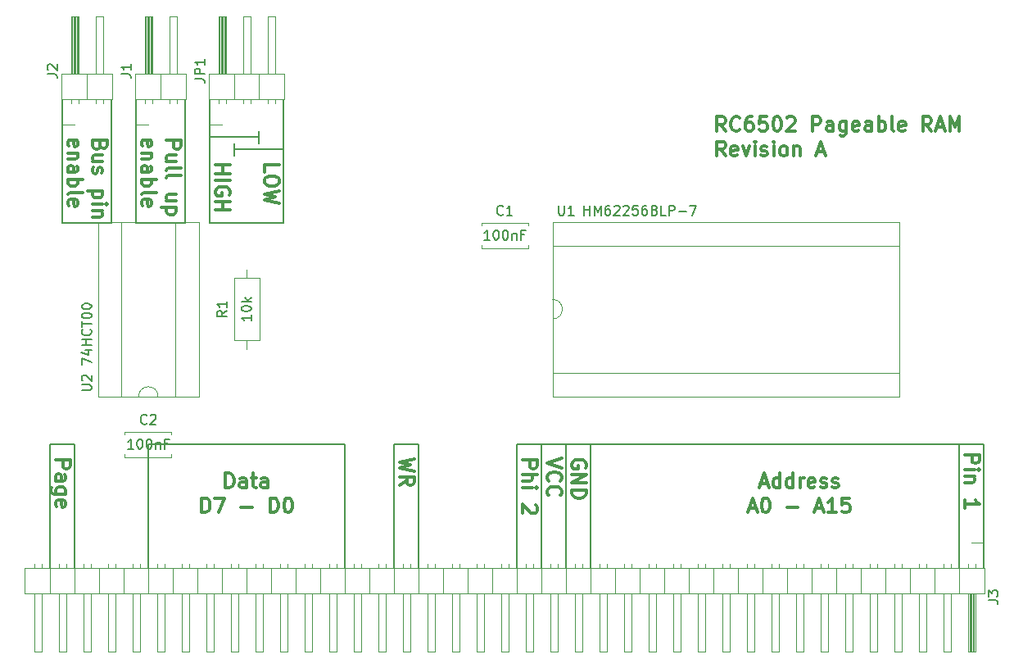
<source format=gto>
G04 #@! TF.FileFunction,Legend,Top*
%FSLAX46Y46*%
G04 Gerber Fmt 4.6, Leading zero omitted, Abs format (unit mm)*
G04 Created by KiCad (PCBNEW 4.0.6) date 05/15/17 21:45:34*
%MOMM*%
%LPD*%
G01*
G04 APERTURE LIST*
%ADD10C,0.100000*%
%ADD11C,0.300000*%
%ADD12C,0.200000*%
%ADD13C,0.120000*%
%ADD14C,0.150000*%
G04 APERTURE END LIST*
D10*
D11*
X96632143Y-106267143D02*
X96560714Y-106481429D01*
X96489286Y-106552857D01*
X96346429Y-106624286D01*
X96132143Y-106624286D01*
X95989286Y-106552857D01*
X95917857Y-106481429D01*
X95846429Y-106338571D01*
X95846429Y-105767143D01*
X97346429Y-105767143D01*
X97346429Y-106267143D01*
X97275000Y-106410000D01*
X97203571Y-106481429D01*
X97060714Y-106552857D01*
X96917857Y-106552857D01*
X96775000Y-106481429D01*
X96703571Y-106410000D01*
X96632143Y-106267143D01*
X96632143Y-105767143D01*
X96846429Y-107910000D02*
X95846429Y-107910000D01*
X96846429Y-107267143D02*
X96060714Y-107267143D01*
X95917857Y-107338571D01*
X95846429Y-107481429D01*
X95846429Y-107695714D01*
X95917857Y-107838571D01*
X95989286Y-107910000D01*
X95917857Y-108552857D02*
X95846429Y-108695714D01*
X95846429Y-108981429D01*
X95917857Y-109124286D01*
X96060714Y-109195714D01*
X96132143Y-109195714D01*
X96275000Y-109124286D01*
X96346429Y-108981429D01*
X96346429Y-108767143D01*
X96417857Y-108624286D01*
X96560714Y-108552857D01*
X96632143Y-108552857D01*
X96775000Y-108624286D01*
X96846429Y-108767143D01*
X96846429Y-108981429D01*
X96775000Y-109124286D01*
X96846429Y-110981429D02*
X95346429Y-110981429D01*
X96775000Y-110981429D02*
X96846429Y-111124286D01*
X96846429Y-111410000D01*
X96775000Y-111552857D01*
X96703571Y-111624286D01*
X96560714Y-111695715D01*
X96132143Y-111695715D01*
X95989286Y-111624286D01*
X95917857Y-111552857D01*
X95846429Y-111410000D01*
X95846429Y-111124286D01*
X95917857Y-110981429D01*
X95846429Y-112338572D02*
X96846429Y-112338572D01*
X97346429Y-112338572D02*
X97275000Y-112267143D01*
X97203571Y-112338572D01*
X97275000Y-112410000D01*
X97346429Y-112338572D01*
X97203571Y-112338572D01*
X96846429Y-113052858D02*
X95846429Y-113052858D01*
X96703571Y-113052858D02*
X96775000Y-113124286D01*
X96846429Y-113267144D01*
X96846429Y-113481429D01*
X96775000Y-113624286D01*
X96632143Y-113695715D01*
X95846429Y-113695715D01*
X93367857Y-106338571D02*
X93296429Y-106195714D01*
X93296429Y-105910000D01*
X93367857Y-105767143D01*
X93510714Y-105695714D01*
X94082143Y-105695714D01*
X94225000Y-105767143D01*
X94296429Y-105910000D01*
X94296429Y-106195714D01*
X94225000Y-106338571D01*
X94082143Y-106410000D01*
X93939286Y-106410000D01*
X93796429Y-105695714D01*
X94296429Y-107052857D02*
X93296429Y-107052857D01*
X94153571Y-107052857D02*
X94225000Y-107124285D01*
X94296429Y-107267143D01*
X94296429Y-107481428D01*
X94225000Y-107624285D01*
X94082143Y-107695714D01*
X93296429Y-107695714D01*
X93296429Y-109052857D02*
X94082143Y-109052857D01*
X94225000Y-108981428D01*
X94296429Y-108838571D01*
X94296429Y-108552857D01*
X94225000Y-108410000D01*
X93367857Y-109052857D02*
X93296429Y-108910000D01*
X93296429Y-108552857D01*
X93367857Y-108410000D01*
X93510714Y-108338571D01*
X93653571Y-108338571D01*
X93796429Y-108410000D01*
X93867857Y-108552857D01*
X93867857Y-108910000D01*
X93939286Y-109052857D01*
X93296429Y-109767143D02*
X94796429Y-109767143D01*
X94225000Y-109767143D02*
X94296429Y-109910000D01*
X94296429Y-110195714D01*
X94225000Y-110338571D01*
X94153571Y-110410000D01*
X94010714Y-110481429D01*
X93582143Y-110481429D01*
X93439286Y-110410000D01*
X93367857Y-110338571D01*
X93296429Y-110195714D01*
X93296429Y-109910000D01*
X93367857Y-109767143D01*
X93296429Y-111338572D02*
X93367857Y-111195714D01*
X93510714Y-111124286D01*
X94796429Y-111124286D01*
X93367857Y-112481428D02*
X93296429Y-112338571D01*
X93296429Y-112052857D01*
X93367857Y-111910000D01*
X93510714Y-111838571D01*
X94082143Y-111838571D01*
X94225000Y-111910000D01*
X94296429Y-112052857D01*
X94296429Y-112338571D01*
X94225000Y-112481428D01*
X94082143Y-112552857D01*
X93939286Y-112552857D01*
X93796429Y-111838571D01*
D12*
X127000000Y-137160000D02*
X129540000Y-137160000D01*
X185420000Y-137160000D02*
X185420000Y-149860000D01*
X139700000Y-137160000D02*
X139700000Y-149860000D01*
X142240000Y-137160000D02*
X139700000Y-137160000D01*
D11*
X140291429Y-138787143D02*
X141791429Y-138787143D01*
X141791429Y-139358571D01*
X141720000Y-139501429D01*
X141648571Y-139572857D01*
X141505714Y-139644286D01*
X141291429Y-139644286D01*
X141148571Y-139572857D01*
X141077143Y-139501429D01*
X141005714Y-139358571D01*
X141005714Y-138787143D01*
X140291429Y-140287143D02*
X141791429Y-140287143D01*
X140291429Y-140930000D02*
X141077143Y-140930000D01*
X141220000Y-140858571D01*
X141291429Y-140715714D01*
X141291429Y-140501429D01*
X141220000Y-140358571D01*
X141148571Y-140287143D01*
X140291429Y-141644286D02*
X141291429Y-141644286D01*
X141791429Y-141644286D02*
X141720000Y-141572857D01*
X141648571Y-141644286D01*
X141720000Y-141715714D01*
X141791429Y-141644286D01*
X141648571Y-141644286D01*
X141648571Y-143430000D02*
X141720000Y-143501429D01*
X141791429Y-143644286D01*
X141791429Y-144001429D01*
X141720000Y-144144286D01*
X141648571Y-144215715D01*
X141505714Y-144287143D01*
X141362857Y-144287143D01*
X141148571Y-144215715D01*
X140291429Y-143358572D01*
X140291429Y-144287143D01*
X92031429Y-138787143D02*
X93531429Y-138787143D01*
X93531429Y-139358571D01*
X93460000Y-139501429D01*
X93388571Y-139572857D01*
X93245714Y-139644286D01*
X93031429Y-139644286D01*
X92888571Y-139572857D01*
X92817143Y-139501429D01*
X92745714Y-139358571D01*
X92745714Y-138787143D01*
X92031429Y-140930000D02*
X92817143Y-140930000D01*
X92960000Y-140858571D01*
X93031429Y-140715714D01*
X93031429Y-140430000D01*
X92960000Y-140287143D01*
X92102857Y-140930000D02*
X92031429Y-140787143D01*
X92031429Y-140430000D01*
X92102857Y-140287143D01*
X92245714Y-140215714D01*
X92388571Y-140215714D01*
X92531429Y-140287143D01*
X92602857Y-140430000D01*
X92602857Y-140787143D01*
X92674286Y-140930000D01*
X93031429Y-142287143D02*
X91817143Y-142287143D01*
X91674286Y-142215714D01*
X91602857Y-142144286D01*
X91531429Y-142001429D01*
X91531429Y-141787143D01*
X91602857Y-141644286D01*
X92102857Y-142287143D02*
X92031429Y-142144286D01*
X92031429Y-141858572D01*
X92102857Y-141715714D01*
X92174286Y-141644286D01*
X92317143Y-141572857D01*
X92745714Y-141572857D01*
X92888571Y-141644286D01*
X92960000Y-141715714D01*
X93031429Y-141858572D01*
X93031429Y-142144286D01*
X92960000Y-142287143D01*
X92102857Y-143572857D02*
X92031429Y-143430000D01*
X92031429Y-143144286D01*
X92102857Y-143001429D01*
X92245714Y-142930000D01*
X92817143Y-142930000D01*
X92960000Y-143001429D01*
X93031429Y-143144286D01*
X93031429Y-143430000D01*
X92960000Y-143572857D01*
X92817143Y-143644286D01*
X92674286Y-143644286D01*
X92531429Y-142930000D01*
D12*
X91440000Y-137160000D02*
X91440000Y-149860000D01*
X93980000Y-137160000D02*
X91440000Y-137160000D01*
X93980000Y-149860000D02*
X93980000Y-137160000D01*
X92710000Y-114300000D02*
X92710000Y-101600000D01*
X97790000Y-114300000D02*
X92710000Y-114300000D01*
X97790000Y-101600000D02*
X97790000Y-114300000D01*
X110490000Y-106045000D02*
X110490000Y-107315000D01*
X113030000Y-104775000D02*
X113030000Y-106045000D01*
D11*
X113621429Y-109021429D02*
X113621429Y-108307143D01*
X115121429Y-108307143D01*
X115121429Y-109807143D02*
X115121429Y-110092857D01*
X115050000Y-110235715D01*
X114907143Y-110378572D01*
X114621429Y-110450000D01*
X114121429Y-110450000D01*
X113835714Y-110378572D01*
X113692857Y-110235715D01*
X113621429Y-110092857D01*
X113621429Y-109807143D01*
X113692857Y-109664286D01*
X113835714Y-109521429D01*
X114121429Y-109450000D01*
X114621429Y-109450000D01*
X114907143Y-109521429D01*
X115050000Y-109664286D01*
X115121429Y-109807143D01*
X115121429Y-110950001D02*
X113621429Y-111307144D01*
X114692857Y-111592858D01*
X113621429Y-111878572D01*
X115121429Y-112235715D01*
D12*
X115570000Y-106680000D02*
X110490000Y-106680000D01*
X107950000Y-105410000D02*
X113030000Y-105410000D01*
X115570000Y-114300000D02*
X115570000Y-101600000D01*
X107950000Y-114300000D02*
X115570000Y-114300000D01*
X107950000Y-101600000D02*
X107950000Y-114300000D01*
X100330000Y-114300000D02*
X100330000Y-101600000D01*
X105410000Y-114300000D02*
X100330000Y-114300000D01*
X105410000Y-101600000D02*
X105410000Y-114300000D01*
D11*
X164874286Y-141215000D02*
X165588572Y-141215000D01*
X164731429Y-141643571D02*
X165231429Y-140143571D01*
X165731429Y-141643571D01*
X166874286Y-141643571D02*
X166874286Y-140143571D01*
X166874286Y-141572143D02*
X166731429Y-141643571D01*
X166445715Y-141643571D01*
X166302857Y-141572143D01*
X166231429Y-141500714D01*
X166160000Y-141357857D01*
X166160000Y-140929286D01*
X166231429Y-140786429D01*
X166302857Y-140715000D01*
X166445715Y-140643571D01*
X166731429Y-140643571D01*
X166874286Y-140715000D01*
X168231429Y-141643571D02*
X168231429Y-140143571D01*
X168231429Y-141572143D02*
X168088572Y-141643571D01*
X167802858Y-141643571D01*
X167660000Y-141572143D01*
X167588572Y-141500714D01*
X167517143Y-141357857D01*
X167517143Y-140929286D01*
X167588572Y-140786429D01*
X167660000Y-140715000D01*
X167802858Y-140643571D01*
X168088572Y-140643571D01*
X168231429Y-140715000D01*
X168945715Y-141643571D02*
X168945715Y-140643571D01*
X168945715Y-140929286D02*
X169017143Y-140786429D01*
X169088572Y-140715000D01*
X169231429Y-140643571D01*
X169374286Y-140643571D01*
X170445714Y-141572143D02*
X170302857Y-141643571D01*
X170017143Y-141643571D01*
X169874286Y-141572143D01*
X169802857Y-141429286D01*
X169802857Y-140857857D01*
X169874286Y-140715000D01*
X170017143Y-140643571D01*
X170302857Y-140643571D01*
X170445714Y-140715000D01*
X170517143Y-140857857D01*
X170517143Y-141000714D01*
X169802857Y-141143571D01*
X171088571Y-141572143D02*
X171231428Y-141643571D01*
X171517143Y-141643571D01*
X171660000Y-141572143D01*
X171731428Y-141429286D01*
X171731428Y-141357857D01*
X171660000Y-141215000D01*
X171517143Y-141143571D01*
X171302857Y-141143571D01*
X171160000Y-141072143D01*
X171088571Y-140929286D01*
X171088571Y-140857857D01*
X171160000Y-140715000D01*
X171302857Y-140643571D01*
X171517143Y-140643571D01*
X171660000Y-140715000D01*
X172302857Y-141572143D02*
X172445714Y-141643571D01*
X172731429Y-141643571D01*
X172874286Y-141572143D01*
X172945714Y-141429286D01*
X172945714Y-141357857D01*
X172874286Y-141215000D01*
X172731429Y-141143571D01*
X172517143Y-141143571D01*
X172374286Y-141072143D01*
X172302857Y-140929286D01*
X172302857Y-140857857D01*
X172374286Y-140715000D01*
X172517143Y-140643571D01*
X172731429Y-140643571D01*
X172874286Y-140715000D01*
X163695715Y-143765000D02*
X164410001Y-143765000D01*
X163552858Y-144193571D02*
X164052858Y-142693571D01*
X164552858Y-144193571D01*
X165338572Y-142693571D02*
X165481429Y-142693571D01*
X165624286Y-142765000D01*
X165695715Y-142836429D01*
X165767144Y-142979286D01*
X165838572Y-143265000D01*
X165838572Y-143622143D01*
X165767144Y-143907857D01*
X165695715Y-144050714D01*
X165624286Y-144122143D01*
X165481429Y-144193571D01*
X165338572Y-144193571D01*
X165195715Y-144122143D01*
X165124286Y-144050714D01*
X165052858Y-143907857D01*
X164981429Y-143622143D01*
X164981429Y-143265000D01*
X165052858Y-142979286D01*
X165124286Y-142836429D01*
X165195715Y-142765000D01*
X165338572Y-142693571D01*
X167624286Y-143622143D02*
X168767143Y-143622143D01*
X170552857Y-143765000D02*
X171267143Y-143765000D01*
X170410000Y-144193571D02*
X170910000Y-142693571D01*
X171410000Y-144193571D01*
X172695714Y-144193571D02*
X171838571Y-144193571D01*
X172267143Y-144193571D02*
X172267143Y-142693571D01*
X172124286Y-142907857D01*
X171981428Y-143050714D01*
X171838571Y-143122143D01*
X174052857Y-142693571D02*
X173338571Y-142693571D01*
X173267142Y-143407857D01*
X173338571Y-143336429D01*
X173481428Y-143265000D01*
X173838571Y-143265000D01*
X173981428Y-143336429D01*
X174052857Y-143407857D01*
X174124285Y-143550714D01*
X174124285Y-143907857D01*
X174052857Y-144050714D01*
X173981428Y-144122143D01*
X173838571Y-144193571D01*
X173481428Y-144193571D01*
X173338571Y-144122143D01*
X173267142Y-144050714D01*
X146800000Y-139572857D02*
X146871429Y-139430000D01*
X146871429Y-139215714D01*
X146800000Y-139001429D01*
X146657143Y-138858571D01*
X146514286Y-138787143D01*
X146228571Y-138715714D01*
X146014286Y-138715714D01*
X145728571Y-138787143D01*
X145585714Y-138858571D01*
X145442857Y-139001429D01*
X145371429Y-139215714D01*
X145371429Y-139358571D01*
X145442857Y-139572857D01*
X145514286Y-139644286D01*
X146014286Y-139644286D01*
X146014286Y-139358571D01*
X145371429Y-140287143D02*
X146871429Y-140287143D01*
X145371429Y-141144286D01*
X146871429Y-141144286D01*
X145371429Y-141858572D02*
X146871429Y-141858572D01*
X146871429Y-142215715D01*
X146800000Y-142430000D01*
X146657143Y-142572858D01*
X146514286Y-142644286D01*
X146228571Y-142715715D01*
X146014286Y-142715715D01*
X145728571Y-142644286D01*
X145585714Y-142572858D01*
X145442857Y-142430000D01*
X145371429Y-142215715D01*
X145371429Y-141858572D01*
X144331429Y-138572857D02*
X142831429Y-139072857D01*
X144331429Y-139572857D01*
X142974286Y-140930000D02*
X142902857Y-140858571D01*
X142831429Y-140644285D01*
X142831429Y-140501428D01*
X142902857Y-140287143D01*
X143045714Y-140144285D01*
X143188571Y-140072857D01*
X143474286Y-140001428D01*
X143688571Y-140001428D01*
X143974286Y-140072857D01*
X144117143Y-140144285D01*
X144260000Y-140287143D01*
X144331429Y-140501428D01*
X144331429Y-140644285D01*
X144260000Y-140858571D01*
X144188571Y-140930000D01*
X142974286Y-142430000D02*
X142902857Y-142358571D01*
X142831429Y-142144285D01*
X142831429Y-142001428D01*
X142902857Y-141787143D01*
X143045714Y-141644285D01*
X143188571Y-141572857D01*
X143474286Y-141501428D01*
X143688571Y-141501428D01*
X143974286Y-141572857D01*
X144117143Y-141644285D01*
X144260000Y-141787143D01*
X144331429Y-142001428D01*
X144331429Y-142144285D01*
X144260000Y-142358571D01*
X144188571Y-142430000D01*
D12*
X147320000Y-137160000D02*
X185420000Y-137160000D01*
X147320000Y-137160000D02*
X144780000Y-137160000D01*
X147320000Y-149860000D02*
X147320000Y-137160000D01*
X144780000Y-137160000D02*
X144780000Y-149860000D01*
X142240000Y-137160000D02*
X144780000Y-137160000D01*
X142240000Y-149860000D02*
X142240000Y-137160000D01*
D11*
X109581429Y-141643571D02*
X109581429Y-140143571D01*
X109938572Y-140143571D01*
X110152857Y-140215000D01*
X110295715Y-140357857D01*
X110367143Y-140500714D01*
X110438572Y-140786429D01*
X110438572Y-141000714D01*
X110367143Y-141286429D01*
X110295715Y-141429286D01*
X110152857Y-141572143D01*
X109938572Y-141643571D01*
X109581429Y-141643571D01*
X111724286Y-141643571D02*
X111724286Y-140857857D01*
X111652857Y-140715000D01*
X111510000Y-140643571D01*
X111224286Y-140643571D01*
X111081429Y-140715000D01*
X111724286Y-141572143D02*
X111581429Y-141643571D01*
X111224286Y-141643571D01*
X111081429Y-141572143D01*
X111010000Y-141429286D01*
X111010000Y-141286429D01*
X111081429Y-141143571D01*
X111224286Y-141072143D01*
X111581429Y-141072143D01*
X111724286Y-141000714D01*
X112224286Y-140643571D02*
X112795715Y-140643571D01*
X112438572Y-140143571D02*
X112438572Y-141429286D01*
X112510000Y-141572143D01*
X112652858Y-141643571D01*
X112795715Y-141643571D01*
X113938572Y-141643571D02*
X113938572Y-140857857D01*
X113867143Y-140715000D01*
X113724286Y-140643571D01*
X113438572Y-140643571D01*
X113295715Y-140715000D01*
X113938572Y-141572143D02*
X113795715Y-141643571D01*
X113438572Y-141643571D01*
X113295715Y-141572143D01*
X113224286Y-141429286D01*
X113224286Y-141286429D01*
X113295715Y-141143571D01*
X113438572Y-141072143D01*
X113795715Y-141072143D01*
X113938572Y-141000714D01*
X107117144Y-144193571D02*
X107117144Y-142693571D01*
X107474287Y-142693571D01*
X107688572Y-142765000D01*
X107831430Y-142907857D01*
X107902858Y-143050714D01*
X107974287Y-143336429D01*
X107974287Y-143550714D01*
X107902858Y-143836429D01*
X107831430Y-143979286D01*
X107688572Y-144122143D01*
X107474287Y-144193571D01*
X107117144Y-144193571D01*
X108474287Y-142693571D02*
X109474287Y-142693571D01*
X108831430Y-144193571D01*
X111188572Y-143622143D02*
X112331429Y-143622143D01*
X114188572Y-144193571D02*
X114188572Y-142693571D01*
X114545715Y-142693571D01*
X114760000Y-142765000D01*
X114902858Y-142907857D01*
X114974286Y-143050714D01*
X115045715Y-143336429D01*
X115045715Y-143550714D01*
X114974286Y-143836429D01*
X114902858Y-143979286D01*
X114760000Y-144122143D01*
X114545715Y-144193571D01*
X114188572Y-144193571D01*
X115974286Y-142693571D02*
X116117143Y-142693571D01*
X116260000Y-142765000D01*
X116331429Y-142836429D01*
X116402858Y-142979286D01*
X116474286Y-143265000D01*
X116474286Y-143622143D01*
X116402858Y-143907857D01*
X116331429Y-144050714D01*
X116260000Y-144122143D01*
X116117143Y-144193571D01*
X115974286Y-144193571D01*
X115831429Y-144122143D01*
X115760000Y-144050714D01*
X115688572Y-143907857D01*
X115617143Y-143622143D01*
X115617143Y-143265000D01*
X115688572Y-142979286D01*
X115760000Y-142836429D01*
X115831429Y-142765000D01*
X115974286Y-142693571D01*
D12*
X101600000Y-137160000D02*
X101600000Y-149860000D01*
X121920000Y-137160000D02*
X101600000Y-137160000D01*
X121920000Y-149860000D02*
X121920000Y-137160000D01*
D11*
X129091429Y-138644286D02*
X127591429Y-139001429D01*
X128662857Y-139287143D01*
X127591429Y-139572857D01*
X129091429Y-139930000D01*
X127591429Y-141358572D02*
X128305714Y-140858572D01*
X127591429Y-140501429D02*
X129091429Y-140501429D01*
X129091429Y-141072857D01*
X129020000Y-141215715D01*
X128948571Y-141287143D01*
X128805714Y-141358572D01*
X128591429Y-141358572D01*
X128448571Y-141287143D01*
X128377143Y-141215715D01*
X128305714Y-141072857D01*
X128305714Y-140501429D01*
D12*
X129540000Y-137160000D02*
X129540000Y-149860000D01*
X127000000Y-149860000D02*
X127000000Y-137160000D01*
D11*
X108541429Y-108307143D02*
X110041429Y-108307143D01*
X109327143Y-108307143D02*
X109327143Y-109164286D01*
X108541429Y-109164286D02*
X110041429Y-109164286D01*
X108541429Y-109878572D02*
X110041429Y-109878572D01*
X109970000Y-111378572D02*
X110041429Y-111235715D01*
X110041429Y-111021429D01*
X109970000Y-110807144D01*
X109827143Y-110664286D01*
X109684286Y-110592858D01*
X109398571Y-110521429D01*
X109184286Y-110521429D01*
X108898571Y-110592858D01*
X108755714Y-110664286D01*
X108612857Y-110807144D01*
X108541429Y-111021429D01*
X108541429Y-111164286D01*
X108612857Y-111378572D01*
X108684286Y-111450001D01*
X109184286Y-111450001D01*
X109184286Y-111164286D01*
X108541429Y-112092858D02*
X110041429Y-112092858D01*
X109327143Y-112092858D02*
X109327143Y-112950001D01*
X108541429Y-112950001D02*
X110041429Y-112950001D01*
X103466429Y-105767143D02*
X104966429Y-105767143D01*
X104966429Y-106338571D01*
X104895000Y-106481429D01*
X104823571Y-106552857D01*
X104680714Y-106624286D01*
X104466429Y-106624286D01*
X104323571Y-106552857D01*
X104252143Y-106481429D01*
X104180714Y-106338571D01*
X104180714Y-105767143D01*
X104466429Y-107910000D02*
X103466429Y-107910000D01*
X104466429Y-107267143D02*
X103680714Y-107267143D01*
X103537857Y-107338571D01*
X103466429Y-107481429D01*
X103466429Y-107695714D01*
X103537857Y-107838571D01*
X103609286Y-107910000D01*
X103466429Y-108838572D02*
X103537857Y-108695714D01*
X103680714Y-108624286D01*
X104966429Y-108624286D01*
X103466429Y-109624286D02*
X103537857Y-109481428D01*
X103680714Y-109410000D01*
X104966429Y-109410000D01*
X104466429Y-111981428D02*
X103466429Y-111981428D01*
X104466429Y-111338571D02*
X103680714Y-111338571D01*
X103537857Y-111409999D01*
X103466429Y-111552857D01*
X103466429Y-111767142D01*
X103537857Y-111909999D01*
X103609286Y-111981428D01*
X104466429Y-112695714D02*
X102966429Y-112695714D01*
X104395000Y-112695714D02*
X104466429Y-112838571D01*
X104466429Y-113124285D01*
X104395000Y-113267142D01*
X104323571Y-113338571D01*
X104180714Y-113410000D01*
X103752143Y-113410000D01*
X103609286Y-113338571D01*
X103537857Y-113267142D01*
X103466429Y-113124285D01*
X103466429Y-112838571D01*
X103537857Y-112695714D01*
X100987857Y-106338571D02*
X100916429Y-106195714D01*
X100916429Y-105910000D01*
X100987857Y-105767143D01*
X101130714Y-105695714D01*
X101702143Y-105695714D01*
X101845000Y-105767143D01*
X101916429Y-105910000D01*
X101916429Y-106195714D01*
X101845000Y-106338571D01*
X101702143Y-106410000D01*
X101559286Y-106410000D01*
X101416429Y-105695714D01*
X101916429Y-107052857D02*
X100916429Y-107052857D01*
X101773571Y-107052857D02*
X101845000Y-107124285D01*
X101916429Y-107267143D01*
X101916429Y-107481428D01*
X101845000Y-107624285D01*
X101702143Y-107695714D01*
X100916429Y-107695714D01*
X100916429Y-109052857D02*
X101702143Y-109052857D01*
X101845000Y-108981428D01*
X101916429Y-108838571D01*
X101916429Y-108552857D01*
X101845000Y-108410000D01*
X100987857Y-109052857D02*
X100916429Y-108910000D01*
X100916429Y-108552857D01*
X100987857Y-108410000D01*
X101130714Y-108338571D01*
X101273571Y-108338571D01*
X101416429Y-108410000D01*
X101487857Y-108552857D01*
X101487857Y-108910000D01*
X101559286Y-109052857D01*
X100916429Y-109767143D02*
X102416429Y-109767143D01*
X101845000Y-109767143D02*
X101916429Y-109910000D01*
X101916429Y-110195714D01*
X101845000Y-110338571D01*
X101773571Y-110410000D01*
X101630714Y-110481429D01*
X101202143Y-110481429D01*
X101059286Y-110410000D01*
X100987857Y-110338571D01*
X100916429Y-110195714D01*
X100916429Y-109910000D01*
X100987857Y-109767143D01*
X100916429Y-111338572D02*
X100987857Y-111195714D01*
X101130714Y-111124286D01*
X102416429Y-111124286D01*
X100987857Y-112481428D02*
X100916429Y-112338571D01*
X100916429Y-112052857D01*
X100987857Y-111910000D01*
X101130714Y-111838571D01*
X101702143Y-111838571D01*
X101845000Y-111910000D01*
X101916429Y-112052857D01*
X101916429Y-112338571D01*
X101845000Y-112481428D01*
X101702143Y-112552857D01*
X101559286Y-112552857D01*
X101416429Y-111838571D01*
X161234286Y-104813571D02*
X160734286Y-104099286D01*
X160377143Y-104813571D02*
X160377143Y-103313571D01*
X160948571Y-103313571D01*
X161091429Y-103385000D01*
X161162857Y-103456429D01*
X161234286Y-103599286D01*
X161234286Y-103813571D01*
X161162857Y-103956429D01*
X161091429Y-104027857D01*
X160948571Y-104099286D01*
X160377143Y-104099286D01*
X162734286Y-104670714D02*
X162662857Y-104742143D01*
X162448571Y-104813571D01*
X162305714Y-104813571D01*
X162091429Y-104742143D01*
X161948571Y-104599286D01*
X161877143Y-104456429D01*
X161805714Y-104170714D01*
X161805714Y-103956429D01*
X161877143Y-103670714D01*
X161948571Y-103527857D01*
X162091429Y-103385000D01*
X162305714Y-103313571D01*
X162448571Y-103313571D01*
X162662857Y-103385000D01*
X162734286Y-103456429D01*
X164020000Y-103313571D02*
X163734286Y-103313571D01*
X163591429Y-103385000D01*
X163520000Y-103456429D01*
X163377143Y-103670714D01*
X163305714Y-103956429D01*
X163305714Y-104527857D01*
X163377143Y-104670714D01*
X163448571Y-104742143D01*
X163591429Y-104813571D01*
X163877143Y-104813571D01*
X164020000Y-104742143D01*
X164091429Y-104670714D01*
X164162857Y-104527857D01*
X164162857Y-104170714D01*
X164091429Y-104027857D01*
X164020000Y-103956429D01*
X163877143Y-103885000D01*
X163591429Y-103885000D01*
X163448571Y-103956429D01*
X163377143Y-104027857D01*
X163305714Y-104170714D01*
X165520000Y-103313571D02*
X164805714Y-103313571D01*
X164734285Y-104027857D01*
X164805714Y-103956429D01*
X164948571Y-103885000D01*
X165305714Y-103885000D01*
X165448571Y-103956429D01*
X165520000Y-104027857D01*
X165591428Y-104170714D01*
X165591428Y-104527857D01*
X165520000Y-104670714D01*
X165448571Y-104742143D01*
X165305714Y-104813571D01*
X164948571Y-104813571D01*
X164805714Y-104742143D01*
X164734285Y-104670714D01*
X166519999Y-103313571D02*
X166662856Y-103313571D01*
X166805713Y-103385000D01*
X166877142Y-103456429D01*
X166948571Y-103599286D01*
X167019999Y-103885000D01*
X167019999Y-104242143D01*
X166948571Y-104527857D01*
X166877142Y-104670714D01*
X166805713Y-104742143D01*
X166662856Y-104813571D01*
X166519999Y-104813571D01*
X166377142Y-104742143D01*
X166305713Y-104670714D01*
X166234285Y-104527857D01*
X166162856Y-104242143D01*
X166162856Y-103885000D01*
X166234285Y-103599286D01*
X166305713Y-103456429D01*
X166377142Y-103385000D01*
X166519999Y-103313571D01*
X167591427Y-103456429D02*
X167662856Y-103385000D01*
X167805713Y-103313571D01*
X168162856Y-103313571D01*
X168305713Y-103385000D01*
X168377142Y-103456429D01*
X168448570Y-103599286D01*
X168448570Y-103742143D01*
X168377142Y-103956429D01*
X167519999Y-104813571D01*
X168448570Y-104813571D01*
X170234284Y-104813571D02*
X170234284Y-103313571D01*
X170805712Y-103313571D01*
X170948570Y-103385000D01*
X171019998Y-103456429D01*
X171091427Y-103599286D01*
X171091427Y-103813571D01*
X171019998Y-103956429D01*
X170948570Y-104027857D01*
X170805712Y-104099286D01*
X170234284Y-104099286D01*
X172377141Y-104813571D02*
X172377141Y-104027857D01*
X172305712Y-103885000D01*
X172162855Y-103813571D01*
X171877141Y-103813571D01*
X171734284Y-103885000D01*
X172377141Y-104742143D02*
X172234284Y-104813571D01*
X171877141Y-104813571D01*
X171734284Y-104742143D01*
X171662855Y-104599286D01*
X171662855Y-104456429D01*
X171734284Y-104313571D01*
X171877141Y-104242143D01*
X172234284Y-104242143D01*
X172377141Y-104170714D01*
X173734284Y-103813571D02*
X173734284Y-105027857D01*
X173662855Y-105170714D01*
X173591427Y-105242143D01*
X173448570Y-105313571D01*
X173234284Y-105313571D01*
X173091427Y-105242143D01*
X173734284Y-104742143D02*
X173591427Y-104813571D01*
X173305713Y-104813571D01*
X173162855Y-104742143D01*
X173091427Y-104670714D01*
X173019998Y-104527857D01*
X173019998Y-104099286D01*
X173091427Y-103956429D01*
X173162855Y-103885000D01*
X173305713Y-103813571D01*
X173591427Y-103813571D01*
X173734284Y-103885000D01*
X175019998Y-104742143D02*
X174877141Y-104813571D01*
X174591427Y-104813571D01*
X174448570Y-104742143D01*
X174377141Y-104599286D01*
X174377141Y-104027857D01*
X174448570Y-103885000D01*
X174591427Y-103813571D01*
X174877141Y-103813571D01*
X175019998Y-103885000D01*
X175091427Y-104027857D01*
X175091427Y-104170714D01*
X174377141Y-104313571D01*
X176377141Y-104813571D02*
X176377141Y-104027857D01*
X176305712Y-103885000D01*
X176162855Y-103813571D01*
X175877141Y-103813571D01*
X175734284Y-103885000D01*
X176377141Y-104742143D02*
X176234284Y-104813571D01*
X175877141Y-104813571D01*
X175734284Y-104742143D01*
X175662855Y-104599286D01*
X175662855Y-104456429D01*
X175734284Y-104313571D01*
X175877141Y-104242143D01*
X176234284Y-104242143D01*
X176377141Y-104170714D01*
X177091427Y-104813571D02*
X177091427Y-103313571D01*
X177091427Y-103885000D02*
X177234284Y-103813571D01*
X177519998Y-103813571D01*
X177662855Y-103885000D01*
X177734284Y-103956429D01*
X177805713Y-104099286D01*
X177805713Y-104527857D01*
X177734284Y-104670714D01*
X177662855Y-104742143D01*
X177519998Y-104813571D01*
X177234284Y-104813571D01*
X177091427Y-104742143D01*
X178662856Y-104813571D02*
X178519998Y-104742143D01*
X178448570Y-104599286D01*
X178448570Y-103313571D01*
X179805712Y-104742143D02*
X179662855Y-104813571D01*
X179377141Y-104813571D01*
X179234284Y-104742143D01*
X179162855Y-104599286D01*
X179162855Y-104027857D01*
X179234284Y-103885000D01*
X179377141Y-103813571D01*
X179662855Y-103813571D01*
X179805712Y-103885000D01*
X179877141Y-104027857D01*
X179877141Y-104170714D01*
X179162855Y-104313571D01*
X182519998Y-104813571D02*
X182019998Y-104099286D01*
X181662855Y-104813571D02*
X181662855Y-103313571D01*
X182234283Y-103313571D01*
X182377141Y-103385000D01*
X182448569Y-103456429D01*
X182519998Y-103599286D01*
X182519998Y-103813571D01*
X182448569Y-103956429D01*
X182377141Y-104027857D01*
X182234283Y-104099286D01*
X181662855Y-104099286D01*
X183091426Y-104385000D02*
X183805712Y-104385000D01*
X182948569Y-104813571D02*
X183448569Y-103313571D01*
X183948569Y-104813571D01*
X184448569Y-104813571D02*
X184448569Y-103313571D01*
X184948569Y-104385000D01*
X185448569Y-103313571D01*
X185448569Y-104813571D01*
X161234286Y-107363571D02*
X160734286Y-106649286D01*
X160377143Y-107363571D02*
X160377143Y-105863571D01*
X160948571Y-105863571D01*
X161091429Y-105935000D01*
X161162857Y-106006429D01*
X161234286Y-106149286D01*
X161234286Y-106363571D01*
X161162857Y-106506429D01*
X161091429Y-106577857D01*
X160948571Y-106649286D01*
X160377143Y-106649286D01*
X162448571Y-107292143D02*
X162305714Y-107363571D01*
X162020000Y-107363571D01*
X161877143Y-107292143D01*
X161805714Y-107149286D01*
X161805714Y-106577857D01*
X161877143Y-106435000D01*
X162020000Y-106363571D01*
X162305714Y-106363571D01*
X162448571Y-106435000D01*
X162520000Y-106577857D01*
X162520000Y-106720714D01*
X161805714Y-106863571D01*
X163020000Y-106363571D02*
X163377143Y-107363571D01*
X163734285Y-106363571D01*
X164305714Y-107363571D02*
X164305714Y-106363571D01*
X164305714Y-105863571D02*
X164234285Y-105935000D01*
X164305714Y-106006429D01*
X164377142Y-105935000D01*
X164305714Y-105863571D01*
X164305714Y-106006429D01*
X164948571Y-107292143D02*
X165091428Y-107363571D01*
X165377143Y-107363571D01*
X165520000Y-107292143D01*
X165591428Y-107149286D01*
X165591428Y-107077857D01*
X165520000Y-106935000D01*
X165377143Y-106863571D01*
X165162857Y-106863571D01*
X165020000Y-106792143D01*
X164948571Y-106649286D01*
X164948571Y-106577857D01*
X165020000Y-106435000D01*
X165162857Y-106363571D01*
X165377143Y-106363571D01*
X165520000Y-106435000D01*
X166234286Y-107363571D02*
X166234286Y-106363571D01*
X166234286Y-105863571D02*
X166162857Y-105935000D01*
X166234286Y-106006429D01*
X166305714Y-105935000D01*
X166234286Y-105863571D01*
X166234286Y-106006429D01*
X167162858Y-107363571D02*
X167020000Y-107292143D01*
X166948572Y-107220714D01*
X166877143Y-107077857D01*
X166877143Y-106649286D01*
X166948572Y-106506429D01*
X167020000Y-106435000D01*
X167162858Y-106363571D01*
X167377143Y-106363571D01*
X167520000Y-106435000D01*
X167591429Y-106506429D01*
X167662858Y-106649286D01*
X167662858Y-107077857D01*
X167591429Y-107220714D01*
X167520000Y-107292143D01*
X167377143Y-107363571D01*
X167162858Y-107363571D01*
X168305715Y-106363571D02*
X168305715Y-107363571D01*
X168305715Y-106506429D02*
X168377143Y-106435000D01*
X168520001Y-106363571D01*
X168734286Y-106363571D01*
X168877143Y-106435000D01*
X168948572Y-106577857D01*
X168948572Y-107363571D01*
X170734286Y-106935000D02*
X171448572Y-106935000D01*
X170591429Y-107363571D02*
X171091429Y-105863571D01*
X171591429Y-107363571D01*
X186011429Y-138255715D02*
X187511429Y-138255715D01*
X187511429Y-138827143D01*
X187440000Y-138970001D01*
X187368571Y-139041429D01*
X187225714Y-139112858D01*
X187011429Y-139112858D01*
X186868571Y-139041429D01*
X186797143Y-138970001D01*
X186725714Y-138827143D01*
X186725714Y-138255715D01*
X186011429Y-139755715D02*
X187011429Y-139755715D01*
X187511429Y-139755715D02*
X187440000Y-139684286D01*
X187368571Y-139755715D01*
X187440000Y-139827143D01*
X187511429Y-139755715D01*
X187368571Y-139755715D01*
X187011429Y-140470001D02*
X186011429Y-140470001D01*
X186868571Y-140470001D02*
X186940000Y-140541429D01*
X187011429Y-140684287D01*
X187011429Y-140898572D01*
X186940000Y-141041429D01*
X186797143Y-141112858D01*
X186011429Y-141112858D01*
X186011429Y-143755715D02*
X186011429Y-142898572D01*
X186011429Y-143327144D02*
X187511429Y-143327144D01*
X187297143Y-143184287D01*
X187154286Y-143041429D01*
X187082857Y-142898572D01*
D12*
X187960000Y-137160000D02*
X187960000Y-149860000D01*
X185420000Y-137160000D02*
X187960000Y-137160000D01*
D13*
X143390000Y-124190000D02*
X143390000Y-129770000D01*
X143390000Y-129770000D02*
X179190000Y-129770000D01*
X179190000Y-129770000D02*
X179190000Y-116610000D01*
X179190000Y-116610000D02*
X143390000Y-116610000D01*
X143390000Y-116610000D02*
X143390000Y-122190000D01*
X143390000Y-132200000D02*
X179190000Y-132200000D01*
X179190000Y-132200000D02*
X179190000Y-114180000D01*
X179190000Y-114180000D02*
X143390000Y-114180000D01*
X143390000Y-114180000D02*
X143390000Y-132200000D01*
X143390000Y-122190000D02*
G75*
G02X143390000Y-124190000I0J-1000000D01*
G01*
X100270000Y-101530000D02*
X102870000Y-101530000D01*
X102870000Y-101530000D02*
X102870000Y-98910000D01*
X102870000Y-98910000D02*
X100270000Y-98910000D01*
X100270000Y-98910000D02*
X100270000Y-101530000D01*
X101220000Y-98910000D02*
X101980000Y-98910000D01*
X101980000Y-98910000D02*
X101980000Y-92910000D01*
X101980000Y-92910000D02*
X101220000Y-92910000D01*
X101220000Y-92910000D02*
X101220000Y-98910000D01*
X101220000Y-101960000D02*
X101220000Y-101530000D01*
X101980000Y-101960000D02*
X101980000Y-101530000D01*
X101340000Y-98910000D02*
X101340000Y-92910000D01*
X101460000Y-98910000D02*
X101460000Y-92910000D01*
X101580000Y-98910000D02*
X101580000Y-92910000D01*
X101700000Y-98910000D02*
X101700000Y-92910000D01*
X101820000Y-98910000D02*
X101820000Y-92910000D01*
X101940000Y-98910000D02*
X101940000Y-92910000D01*
X102870000Y-101530000D02*
X105470000Y-101530000D01*
X105470000Y-101530000D02*
X105470000Y-98910000D01*
X105470000Y-98910000D02*
X102870000Y-98910000D01*
X102870000Y-98910000D02*
X102870000Y-101530000D01*
X103760000Y-98910000D02*
X104520000Y-98910000D01*
X104520000Y-98910000D02*
X104520000Y-92910000D01*
X104520000Y-92910000D02*
X103760000Y-92910000D01*
X103760000Y-92910000D02*
X103760000Y-98910000D01*
X103760000Y-101960000D02*
X103760000Y-101530000D01*
X104520000Y-101960000D02*
X104520000Y-101530000D01*
X101600000Y-104140000D02*
X100330000Y-104140000D01*
X100330000Y-104140000D02*
X100330000Y-102870000D01*
X110450000Y-126400000D02*
X113070000Y-126400000D01*
X113070000Y-126400000D02*
X113070000Y-119980000D01*
X113070000Y-119980000D02*
X110450000Y-119980000D01*
X110450000Y-119980000D02*
X110450000Y-126400000D01*
X111760000Y-127290000D02*
X111760000Y-126400000D01*
X111760000Y-119090000D02*
X111760000Y-119980000D01*
X140880000Y-116880000D02*
X136060000Y-116880000D01*
X140880000Y-114260000D02*
X136060000Y-114260000D01*
X140880000Y-116880000D02*
X140880000Y-116566000D01*
X140880000Y-114574000D02*
X140880000Y-114260000D01*
X136060000Y-116880000D02*
X136060000Y-116566000D01*
X136060000Y-114574000D02*
X136060000Y-114260000D01*
X99150000Y-135850000D02*
X103970000Y-135850000D01*
X99150000Y-138470000D02*
X103970000Y-138470000D01*
X99150000Y-135850000D02*
X99150000Y-136164000D01*
X99150000Y-138156000D02*
X99150000Y-138470000D01*
X103970000Y-135850000D02*
X103970000Y-136164000D01*
X103970000Y-138156000D02*
X103970000Y-138470000D01*
X92650000Y-101530000D02*
X95250000Y-101530000D01*
X95250000Y-101530000D02*
X95250000Y-98910000D01*
X95250000Y-98910000D02*
X92650000Y-98910000D01*
X92650000Y-98910000D02*
X92650000Y-101530000D01*
X93600000Y-98910000D02*
X94360000Y-98910000D01*
X94360000Y-98910000D02*
X94360000Y-92910000D01*
X94360000Y-92910000D02*
X93600000Y-92910000D01*
X93600000Y-92910000D02*
X93600000Y-98910000D01*
X93600000Y-101960000D02*
X93600000Y-101530000D01*
X94360000Y-101960000D02*
X94360000Y-101530000D01*
X93720000Y-98910000D02*
X93720000Y-92910000D01*
X93840000Y-98910000D02*
X93840000Y-92910000D01*
X93960000Y-98910000D02*
X93960000Y-92910000D01*
X94080000Y-98910000D02*
X94080000Y-92910000D01*
X94200000Y-98910000D02*
X94200000Y-92910000D01*
X94320000Y-98910000D02*
X94320000Y-92910000D01*
X95250000Y-101530000D02*
X97850000Y-101530000D01*
X97850000Y-101530000D02*
X97850000Y-98910000D01*
X97850000Y-98910000D02*
X95250000Y-98910000D01*
X95250000Y-98910000D02*
X95250000Y-101530000D01*
X96140000Y-98910000D02*
X96900000Y-98910000D01*
X96900000Y-98910000D02*
X96900000Y-92910000D01*
X96900000Y-92910000D02*
X96140000Y-92910000D01*
X96140000Y-92910000D02*
X96140000Y-98910000D01*
X96140000Y-101960000D02*
X96140000Y-101530000D01*
X96900000Y-101960000D02*
X96900000Y-101530000D01*
X93980000Y-104140000D02*
X92710000Y-104140000D01*
X92710000Y-104140000D02*
X92710000Y-102870000D01*
X188020000Y-149930000D02*
X185420000Y-149930000D01*
X185420000Y-149930000D02*
X185420000Y-152550000D01*
X185420000Y-152550000D02*
X188020000Y-152550000D01*
X188020000Y-152550000D02*
X188020000Y-149930000D01*
X187070000Y-152550000D02*
X186310000Y-152550000D01*
X186310000Y-152550000D02*
X186310000Y-158550000D01*
X186310000Y-158550000D02*
X187070000Y-158550000D01*
X187070000Y-158550000D02*
X187070000Y-152550000D01*
X187070000Y-149500000D02*
X187070000Y-149930000D01*
X186310000Y-149500000D02*
X186310000Y-149930000D01*
X186950000Y-152550000D02*
X186950000Y-158550000D01*
X186830000Y-152550000D02*
X186830000Y-158550000D01*
X186710000Y-152550000D02*
X186710000Y-158550000D01*
X186590000Y-152550000D02*
X186590000Y-158550000D01*
X186470000Y-152550000D02*
X186470000Y-158550000D01*
X186350000Y-152550000D02*
X186350000Y-158550000D01*
X185420000Y-149930000D02*
X182880000Y-149930000D01*
X182880000Y-149930000D02*
X182880000Y-152550000D01*
X182880000Y-152550000D02*
X185420000Y-152550000D01*
X185420000Y-152550000D02*
X185420000Y-149930000D01*
X184530000Y-152550000D02*
X183770000Y-152550000D01*
X183770000Y-152550000D02*
X183770000Y-158550000D01*
X183770000Y-158550000D02*
X184530000Y-158550000D01*
X184530000Y-158550000D02*
X184530000Y-152550000D01*
X184530000Y-149500000D02*
X184530000Y-149930000D01*
X183770000Y-149500000D02*
X183770000Y-149930000D01*
X182880000Y-149930000D02*
X180340000Y-149930000D01*
X180340000Y-149930000D02*
X180340000Y-152550000D01*
X180340000Y-152550000D02*
X182880000Y-152550000D01*
X182880000Y-152550000D02*
X182880000Y-149930000D01*
X181990000Y-152550000D02*
X181230000Y-152550000D01*
X181230000Y-152550000D02*
X181230000Y-158550000D01*
X181230000Y-158550000D02*
X181990000Y-158550000D01*
X181990000Y-158550000D02*
X181990000Y-152550000D01*
X181990000Y-149500000D02*
X181990000Y-149930000D01*
X181230000Y-149500000D02*
X181230000Y-149930000D01*
X180340000Y-149930000D02*
X177800000Y-149930000D01*
X177800000Y-149930000D02*
X177800000Y-152550000D01*
X177800000Y-152550000D02*
X180340000Y-152550000D01*
X180340000Y-152550000D02*
X180340000Y-149930000D01*
X179450000Y-152550000D02*
X178690000Y-152550000D01*
X178690000Y-152550000D02*
X178690000Y-158550000D01*
X178690000Y-158550000D02*
X179450000Y-158550000D01*
X179450000Y-158550000D02*
X179450000Y-152550000D01*
X179450000Y-149500000D02*
X179450000Y-149930000D01*
X178690000Y-149500000D02*
X178690000Y-149930000D01*
X177800000Y-149930000D02*
X175260000Y-149930000D01*
X175260000Y-149930000D02*
X175260000Y-152550000D01*
X175260000Y-152550000D02*
X177800000Y-152550000D01*
X177800000Y-152550000D02*
X177800000Y-149930000D01*
X176910000Y-152550000D02*
X176150000Y-152550000D01*
X176150000Y-152550000D02*
X176150000Y-158550000D01*
X176150000Y-158550000D02*
X176910000Y-158550000D01*
X176910000Y-158550000D02*
X176910000Y-152550000D01*
X176910000Y-149500000D02*
X176910000Y-149930000D01*
X176150000Y-149500000D02*
X176150000Y-149930000D01*
X175260000Y-149930000D02*
X172720000Y-149930000D01*
X172720000Y-149930000D02*
X172720000Y-152550000D01*
X172720000Y-152550000D02*
X175260000Y-152550000D01*
X175260000Y-152550000D02*
X175260000Y-149930000D01*
X174370000Y-152550000D02*
X173610000Y-152550000D01*
X173610000Y-152550000D02*
X173610000Y-158550000D01*
X173610000Y-158550000D02*
X174370000Y-158550000D01*
X174370000Y-158550000D02*
X174370000Y-152550000D01*
X174370000Y-149500000D02*
X174370000Y-149930000D01*
X173610000Y-149500000D02*
X173610000Y-149930000D01*
X172720000Y-149930000D02*
X170180000Y-149930000D01*
X170180000Y-149930000D02*
X170180000Y-152550000D01*
X170180000Y-152550000D02*
X172720000Y-152550000D01*
X172720000Y-152550000D02*
X172720000Y-149930000D01*
X171830000Y-152550000D02*
X171070000Y-152550000D01*
X171070000Y-152550000D02*
X171070000Y-158550000D01*
X171070000Y-158550000D02*
X171830000Y-158550000D01*
X171830000Y-158550000D02*
X171830000Y-152550000D01*
X171830000Y-149500000D02*
X171830000Y-149930000D01*
X171070000Y-149500000D02*
X171070000Y-149930000D01*
X170180000Y-149930000D02*
X167640000Y-149930000D01*
X167640000Y-149930000D02*
X167640000Y-152550000D01*
X167640000Y-152550000D02*
X170180000Y-152550000D01*
X170180000Y-152550000D02*
X170180000Y-149930000D01*
X169290000Y-152550000D02*
X168530000Y-152550000D01*
X168530000Y-152550000D02*
X168530000Y-158550000D01*
X168530000Y-158550000D02*
X169290000Y-158550000D01*
X169290000Y-158550000D02*
X169290000Y-152550000D01*
X169290000Y-149500000D02*
X169290000Y-149930000D01*
X168530000Y-149500000D02*
X168530000Y-149930000D01*
X167640000Y-149930000D02*
X165100000Y-149930000D01*
X165100000Y-149930000D02*
X165100000Y-152550000D01*
X165100000Y-152550000D02*
X167640000Y-152550000D01*
X167640000Y-152550000D02*
X167640000Y-149930000D01*
X166750000Y-152550000D02*
X165990000Y-152550000D01*
X165990000Y-152550000D02*
X165990000Y-158550000D01*
X165990000Y-158550000D02*
X166750000Y-158550000D01*
X166750000Y-158550000D02*
X166750000Y-152550000D01*
X166750000Y-149500000D02*
X166750000Y-149930000D01*
X165990000Y-149500000D02*
X165990000Y-149930000D01*
X165100000Y-149930000D02*
X162560000Y-149930000D01*
X162560000Y-149930000D02*
X162560000Y-152550000D01*
X162560000Y-152550000D02*
X165100000Y-152550000D01*
X165100000Y-152550000D02*
X165100000Y-149930000D01*
X164210000Y-152550000D02*
X163450000Y-152550000D01*
X163450000Y-152550000D02*
X163450000Y-158550000D01*
X163450000Y-158550000D02*
X164210000Y-158550000D01*
X164210000Y-158550000D02*
X164210000Y-152550000D01*
X164210000Y-149500000D02*
X164210000Y-149930000D01*
X163450000Y-149500000D02*
X163450000Y-149930000D01*
X162560000Y-149930000D02*
X160020000Y-149930000D01*
X160020000Y-149930000D02*
X160020000Y-152550000D01*
X160020000Y-152550000D02*
X162560000Y-152550000D01*
X162560000Y-152550000D02*
X162560000Y-149930000D01*
X161670000Y-152550000D02*
X160910000Y-152550000D01*
X160910000Y-152550000D02*
X160910000Y-158550000D01*
X160910000Y-158550000D02*
X161670000Y-158550000D01*
X161670000Y-158550000D02*
X161670000Y-152550000D01*
X161670000Y-149500000D02*
X161670000Y-149930000D01*
X160910000Y-149500000D02*
X160910000Y-149930000D01*
X160020000Y-149930000D02*
X157480000Y-149930000D01*
X157480000Y-149930000D02*
X157480000Y-152550000D01*
X157480000Y-152550000D02*
X160020000Y-152550000D01*
X160020000Y-152550000D02*
X160020000Y-149930000D01*
X159130000Y-152550000D02*
X158370000Y-152550000D01*
X158370000Y-152550000D02*
X158370000Y-158550000D01*
X158370000Y-158550000D02*
X159130000Y-158550000D01*
X159130000Y-158550000D02*
X159130000Y-152550000D01*
X159130000Y-149500000D02*
X159130000Y-149930000D01*
X158370000Y-149500000D02*
X158370000Y-149930000D01*
X157480000Y-149930000D02*
X154940000Y-149930000D01*
X154940000Y-149930000D02*
X154940000Y-152550000D01*
X154940000Y-152550000D02*
X157480000Y-152550000D01*
X157480000Y-152550000D02*
X157480000Y-149930000D01*
X156590000Y-152550000D02*
X155830000Y-152550000D01*
X155830000Y-152550000D02*
X155830000Y-158550000D01*
X155830000Y-158550000D02*
X156590000Y-158550000D01*
X156590000Y-158550000D02*
X156590000Y-152550000D01*
X156590000Y-149500000D02*
X156590000Y-149930000D01*
X155830000Y-149500000D02*
X155830000Y-149930000D01*
X154940000Y-149930000D02*
X152400000Y-149930000D01*
X152400000Y-149930000D02*
X152400000Y-152550000D01*
X152400000Y-152550000D02*
X154940000Y-152550000D01*
X154940000Y-152550000D02*
X154940000Y-149930000D01*
X154050000Y-152550000D02*
X153290000Y-152550000D01*
X153290000Y-152550000D02*
X153290000Y-158550000D01*
X153290000Y-158550000D02*
X154050000Y-158550000D01*
X154050000Y-158550000D02*
X154050000Y-152550000D01*
X154050000Y-149500000D02*
X154050000Y-149930000D01*
X153290000Y-149500000D02*
X153290000Y-149930000D01*
X152400000Y-149930000D02*
X149860000Y-149930000D01*
X149860000Y-149930000D02*
X149860000Y-152550000D01*
X149860000Y-152550000D02*
X152400000Y-152550000D01*
X152400000Y-152550000D02*
X152400000Y-149930000D01*
X151510000Y-152550000D02*
X150750000Y-152550000D01*
X150750000Y-152550000D02*
X150750000Y-158550000D01*
X150750000Y-158550000D02*
X151510000Y-158550000D01*
X151510000Y-158550000D02*
X151510000Y-152550000D01*
X151510000Y-149500000D02*
X151510000Y-149930000D01*
X150750000Y-149500000D02*
X150750000Y-149930000D01*
X149860000Y-149930000D02*
X147320000Y-149930000D01*
X147320000Y-149930000D02*
X147320000Y-152550000D01*
X147320000Y-152550000D02*
X149860000Y-152550000D01*
X149860000Y-152550000D02*
X149860000Y-149930000D01*
X148970000Y-152550000D02*
X148210000Y-152550000D01*
X148210000Y-152550000D02*
X148210000Y-158550000D01*
X148210000Y-158550000D02*
X148970000Y-158550000D01*
X148970000Y-158550000D02*
X148970000Y-152550000D01*
X148970000Y-149500000D02*
X148970000Y-149930000D01*
X148210000Y-149500000D02*
X148210000Y-149930000D01*
X147320000Y-149930000D02*
X144780000Y-149930000D01*
X144780000Y-149930000D02*
X144780000Y-152550000D01*
X144780000Y-152550000D02*
X147320000Y-152550000D01*
X147320000Y-152550000D02*
X147320000Y-149930000D01*
X146430000Y-152550000D02*
X145670000Y-152550000D01*
X145670000Y-152550000D02*
X145670000Y-158550000D01*
X145670000Y-158550000D02*
X146430000Y-158550000D01*
X146430000Y-158550000D02*
X146430000Y-152550000D01*
X146430000Y-149500000D02*
X146430000Y-149930000D01*
X145670000Y-149500000D02*
X145670000Y-149930000D01*
X144780000Y-149930000D02*
X142240000Y-149930000D01*
X142240000Y-149930000D02*
X142240000Y-152550000D01*
X142240000Y-152550000D02*
X144780000Y-152550000D01*
X144780000Y-152550000D02*
X144780000Y-149930000D01*
X143890000Y-152550000D02*
X143130000Y-152550000D01*
X143130000Y-152550000D02*
X143130000Y-158550000D01*
X143130000Y-158550000D02*
X143890000Y-158550000D01*
X143890000Y-158550000D02*
X143890000Y-152550000D01*
X143890000Y-149500000D02*
X143890000Y-149930000D01*
X143130000Y-149500000D02*
X143130000Y-149930000D01*
X142240000Y-149930000D02*
X139700000Y-149930000D01*
X139700000Y-149930000D02*
X139700000Y-152550000D01*
X139700000Y-152550000D02*
X142240000Y-152550000D01*
X142240000Y-152550000D02*
X142240000Y-149930000D01*
X141350000Y-152550000D02*
X140590000Y-152550000D01*
X140590000Y-152550000D02*
X140590000Y-158550000D01*
X140590000Y-158550000D02*
X141350000Y-158550000D01*
X141350000Y-158550000D02*
X141350000Y-152550000D01*
X141350000Y-149500000D02*
X141350000Y-149930000D01*
X140590000Y-149500000D02*
X140590000Y-149930000D01*
X139700000Y-149930000D02*
X137160000Y-149930000D01*
X137160000Y-149930000D02*
X137160000Y-152550000D01*
X137160000Y-152550000D02*
X139700000Y-152550000D01*
X139700000Y-152550000D02*
X139700000Y-149930000D01*
X138810000Y-152550000D02*
X138050000Y-152550000D01*
X138050000Y-152550000D02*
X138050000Y-158550000D01*
X138050000Y-158550000D02*
X138810000Y-158550000D01*
X138810000Y-158550000D02*
X138810000Y-152550000D01*
X138810000Y-149500000D02*
X138810000Y-149930000D01*
X138050000Y-149500000D02*
X138050000Y-149930000D01*
X137160000Y-149930000D02*
X134620000Y-149930000D01*
X134620000Y-149930000D02*
X134620000Y-152550000D01*
X134620000Y-152550000D02*
X137160000Y-152550000D01*
X137160000Y-152550000D02*
X137160000Y-149930000D01*
X136270000Y-152550000D02*
X135510000Y-152550000D01*
X135510000Y-152550000D02*
X135510000Y-158550000D01*
X135510000Y-158550000D02*
X136270000Y-158550000D01*
X136270000Y-158550000D02*
X136270000Y-152550000D01*
X136270000Y-149500000D02*
X136270000Y-149930000D01*
X135510000Y-149500000D02*
X135510000Y-149930000D01*
X134620000Y-149930000D02*
X132080000Y-149930000D01*
X132080000Y-149930000D02*
X132080000Y-152550000D01*
X132080000Y-152550000D02*
X134620000Y-152550000D01*
X134620000Y-152550000D02*
X134620000Y-149930000D01*
X133730000Y-152550000D02*
X132970000Y-152550000D01*
X132970000Y-152550000D02*
X132970000Y-158550000D01*
X132970000Y-158550000D02*
X133730000Y-158550000D01*
X133730000Y-158550000D02*
X133730000Y-152550000D01*
X133730000Y-149500000D02*
X133730000Y-149930000D01*
X132970000Y-149500000D02*
X132970000Y-149930000D01*
X132080000Y-149930000D02*
X129540000Y-149930000D01*
X129540000Y-149930000D02*
X129540000Y-152550000D01*
X129540000Y-152550000D02*
X132080000Y-152550000D01*
X132080000Y-152550000D02*
X132080000Y-149930000D01*
X131190000Y-152550000D02*
X130430000Y-152550000D01*
X130430000Y-152550000D02*
X130430000Y-158550000D01*
X130430000Y-158550000D02*
X131190000Y-158550000D01*
X131190000Y-158550000D02*
X131190000Y-152550000D01*
X131190000Y-149500000D02*
X131190000Y-149930000D01*
X130430000Y-149500000D02*
X130430000Y-149930000D01*
X129540000Y-149930000D02*
X127000000Y-149930000D01*
X127000000Y-149930000D02*
X127000000Y-152550000D01*
X127000000Y-152550000D02*
X129540000Y-152550000D01*
X129540000Y-152550000D02*
X129540000Y-149930000D01*
X128650000Y-152550000D02*
X127890000Y-152550000D01*
X127890000Y-152550000D02*
X127890000Y-158550000D01*
X127890000Y-158550000D02*
X128650000Y-158550000D01*
X128650000Y-158550000D02*
X128650000Y-152550000D01*
X128650000Y-149500000D02*
X128650000Y-149930000D01*
X127890000Y-149500000D02*
X127890000Y-149930000D01*
X127000000Y-149930000D02*
X124460000Y-149930000D01*
X124460000Y-149930000D02*
X124460000Y-152550000D01*
X124460000Y-152550000D02*
X127000000Y-152550000D01*
X127000000Y-152550000D02*
X127000000Y-149930000D01*
X126110000Y-152550000D02*
X125350000Y-152550000D01*
X125350000Y-152550000D02*
X125350000Y-158550000D01*
X125350000Y-158550000D02*
X126110000Y-158550000D01*
X126110000Y-158550000D02*
X126110000Y-152550000D01*
X126110000Y-149500000D02*
X126110000Y-149930000D01*
X125350000Y-149500000D02*
X125350000Y-149930000D01*
X124460000Y-149930000D02*
X121920000Y-149930000D01*
X121920000Y-149930000D02*
X121920000Y-152550000D01*
X121920000Y-152550000D02*
X124460000Y-152550000D01*
X124460000Y-152550000D02*
X124460000Y-149930000D01*
X123570000Y-152550000D02*
X122810000Y-152550000D01*
X122810000Y-152550000D02*
X122810000Y-158550000D01*
X122810000Y-158550000D02*
X123570000Y-158550000D01*
X123570000Y-158550000D02*
X123570000Y-152550000D01*
X123570000Y-149500000D02*
X123570000Y-149930000D01*
X122810000Y-149500000D02*
X122810000Y-149930000D01*
X121920000Y-149930000D02*
X119380000Y-149930000D01*
X119380000Y-149930000D02*
X119380000Y-152550000D01*
X119380000Y-152550000D02*
X121920000Y-152550000D01*
X121920000Y-152550000D02*
X121920000Y-149930000D01*
X121030000Y-152550000D02*
X120270000Y-152550000D01*
X120270000Y-152550000D02*
X120270000Y-158550000D01*
X120270000Y-158550000D02*
X121030000Y-158550000D01*
X121030000Y-158550000D02*
X121030000Y-152550000D01*
X121030000Y-149500000D02*
X121030000Y-149930000D01*
X120270000Y-149500000D02*
X120270000Y-149930000D01*
X119380000Y-149930000D02*
X116840000Y-149930000D01*
X116840000Y-149930000D02*
X116840000Y-152550000D01*
X116840000Y-152550000D02*
X119380000Y-152550000D01*
X119380000Y-152550000D02*
X119380000Y-149930000D01*
X118490000Y-152550000D02*
X117730000Y-152550000D01*
X117730000Y-152550000D02*
X117730000Y-158550000D01*
X117730000Y-158550000D02*
X118490000Y-158550000D01*
X118490000Y-158550000D02*
X118490000Y-152550000D01*
X118490000Y-149500000D02*
X118490000Y-149930000D01*
X117730000Y-149500000D02*
X117730000Y-149930000D01*
X116840000Y-149930000D02*
X114300000Y-149930000D01*
X114300000Y-149930000D02*
X114300000Y-152550000D01*
X114300000Y-152550000D02*
X116840000Y-152550000D01*
X116840000Y-152550000D02*
X116840000Y-149930000D01*
X115950000Y-152550000D02*
X115190000Y-152550000D01*
X115190000Y-152550000D02*
X115190000Y-158550000D01*
X115190000Y-158550000D02*
X115950000Y-158550000D01*
X115950000Y-158550000D02*
X115950000Y-152550000D01*
X115950000Y-149500000D02*
X115950000Y-149930000D01*
X115190000Y-149500000D02*
X115190000Y-149930000D01*
X114300000Y-149930000D02*
X111760000Y-149930000D01*
X111760000Y-149930000D02*
X111760000Y-152550000D01*
X111760000Y-152550000D02*
X114300000Y-152550000D01*
X114300000Y-152550000D02*
X114300000Y-149930000D01*
X113410000Y-152550000D02*
X112650000Y-152550000D01*
X112650000Y-152550000D02*
X112650000Y-158550000D01*
X112650000Y-158550000D02*
X113410000Y-158550000D01*
X113410000Y-158550000D02*
X113410000Y-152550000D01*
X113410000Y-149500000D02*
X113410000Y-149930000D01*
X112650000Y-149500000D02*
X112650000Y-149930000D01*
X111760000Y-149930000D02*
X109220000Y-149930000D01*
X109220000Y-149930000D02*
X109220000Y-152550000D01*
X109220000Y-152550000D02*
X111760000Y-152550000D01*
X111760000Y-152550000D02*
X111760000Y-149930000D01*
X110870000Y-152550000D02*
X110110000Y-152550000D01*
X110110000Y-152550000D02*
X110110000Y-158550000D01*
X110110000Y-158550000D02*
X110870000Y-158550000D01*
X110870000Y-158550000D02*
X110870000Y-152550000D01*
X110870000Y-149500000D02*
X110870000Y-149930000D01*
X110110000Y-149500000D02*
X110110000Y-149930000D01*
X109220000Y-149930000D02*
X106680000Y-149930000D01*
X106680000Y-149930000D02*
X106680000Y-152550000D01*
X106680000Y-152550000D02*
X109220000Y-152550000D01*
X109220000Y-152550000D02*
X109220000Y-149930000D01*
X108330000Y-152550000D02*
X107570000Y-152550000D01*
X107570000Y-152550000D02*
X107570000Y-158550000D01*
X107570000Y-158550000D02*
X108330000Y-158550000D01*
X108330000Y-158550000D02*
X108330000Y-152550000D01*
X108330000Y-149500000D02*
X108330000Y-149930000D01*
X107570000Y-149500000D02*
X107570000Y-149930000D01*
X106680000Y-149930000D02*
X104140000Y-149930000D01*
X104140000Y-149930000D02*
X104140000Y-152550000D01*
X104140000Y-152550000D02*
X106680000Y-152550000D01*
X106680000Y-152550000D02*
X106680000Y-149930000D01*
X105790000Y-152550000D02*
X105030000Y-152550000D01*
X105030000Y-152550000D02*
X105030000Y-158550000D01*
X105030000Y-158550000D02*
X105790000Y-158550000D01*
X105790000Y-158550000D02*
X105790000Y-152550000D01*
X105790000Y-149500000D02*
X105790000Y-149930000D01*
X105030000Y-149500000D02*
X105030000Y-149930000D01*
X104140000Y-149930000D02*
X101600000Y-149930000D01*
X101600000Y-149930000D02*
X101600000Y-152550000D01*
X101600000Y-152550000D02*
X104140000Y-152550000D01*
X104140000Y-152550000D02*
X104140000Y-149930000D01*
X103250000Y-152550000D02*
X102490000Y-152550000D01*
X102490000Y-152550000D02*
X102490000Y-158550000D01*
X102490000Y-158550000D02*
X103250000Y-158550000D01*
X103250000Y-158550000D02*
X103250000Y-152550000D01*
X103250000Y-149500000D02*
X103250000Y-149930000D01*
X102490000Y-149500000D02*
X102490000Y-149930000D01*
X101600000Y-149930000D02*
X99060000Y-149930000D01*
X99060000Y-149930000D02*
X99060000Y-152550000D01*
X99060000Y-152550000D02*
X101600000Y-152550000D01*
X101600000Y-152550000D02*
X101600000Y-149930000D01*
X100710000Y-152550000D02*
X99950000Y-152550000D01*
X99950000Y-152550000D02*
X99950000Y-158550000D01*
X99950000Y-158550000D02*
X100710000Y-158550000D01*
X100710000Y-158550000D02*
X100710000Y-152550000D01*
X100710000Y-149500000D02*
X100710000Y-149930000D01*
X99950000Y-149500000D02*
X99950000Y-149930000D01*
X99060000Y-149930000D02*
X96520000Y-149930000D01*
X96520000Y-149930000D02*
X96520000Y-152550000D01*
X96520000Y-152550000D02*
X99060000Y-152550000D01*
X99060000Y-152550000D02*
X99060000Y-149930000D01*
X98170000Y-152550000D02*
X97410000Y-152550000D01*
X97410000Y-152550000D02*
X97410000Y-158550000D01*
X97410000Y-158550000D02*
X98170000Y-158550000D01*
X98170000Y-158550000D02*
X98170000Y-152550000D01*
X98170000Y-149500000D02*
X98170000Y-149930000D01*
X97410000Y-149500000D02*
X97410000Y-149930000D01*
X96520000Y-149930000D02*
X93980000Y-149930000D01*
X93980000Y-149930000D02*
X93980000Y-152550000D01*
X93980000Y-152550000D02*
X96520000Y-152550000D01*
X96520000Y-152550000D02*
X96520000Y-149930000D01*
X95630000Y-152550000D02*
X94870000Y-152550000D01*
X94870000Y-152550000D02*
X94870000Y-158550000D01*
X94870000Y-158550000D02*
X95630000Y-158550000D01*
X95630000Y-158550000D02*
X95630000Y-152550000D01*
X95630000Y-149500000D02*
X95630000Y-149930000D01*
X94870000Y-149500000D02*
X94870000Y-149930000D01*
X93980000Y-149930000D02*
X91440000Y-149930000D01*
X91440000Y-149930000D02*
X91440000Y-152550000D01*
X91440000Y-152550000D02*
X93980000Y-152550000D01*
X93980000Y-152550000D02*
X93980000Y-149930000D01*
X93090000Y-152550000D02*
X92330000Y-152550000D01*
X92330000Y-152550000D02*
X92330000Y-158550000D01*
X92330000Y-158550000D02*
X93090000Y-158550000D01*
X93090000Y-158550000D02*
X93090000Y-152550000D01*
X93090000Y-149500000D02*
X93090000Y-149930000D01*
X92330000Y-149500000D02*
X92330000Y-149930000D01*
X91440000Y-149930000D02*
X88840000Y-149930000D01*
X88840000Y-149930000D02*
X88840000Y-152550000D01*
X88840000Y-152550000D02*
X91440000Y-152550000D01*
X91440000Y-152550000D02*
X91440000Y-149930000D01*
X90550000Y-152550000D02*
X89790000Y-152550000D01*
X89790000Y-152550000D02*
X89790000Y-158550000D01*
X89790000Y-158550000D02*
X90550000Y-158550000D01*
X90550000Y-158550000D02*
X90550000Y-152550000D01*
X90550000Y-149500000D02*
X90550000Y-149930000D01*
X89790000Y-149500000D02*
X89790000Y-149930000D01*
X186690000Y-147320000D02*
X187960000Y-147320000D01*
X187960000Y-147320000D02*
X187960000Y-148590000D01*
X107890000Y-101530000D02*
X110490000Y-101530000D01*
X110490000Y-101530000D02*
X110490000Y-98910000D01*
X110490000Y-98910000D02*
X107890000Y-98910000D01*
X107890000Y-98910000D02*
X107890000Y-101530000D01*
X108840000Y-98910000D02*
X109600000Y-98910000D01*
X109600000Y-98910000D02*
X109600000Y-92910000D01*
X109600000Y-92910000D02*
X108840000Y-92910000D01*
X108840000Y-92910000D02*
X108840000Y-98910000D01*
X108840000Y-101960000D02*
X108840000Y-101530000D01*
X109600000Y-101960000D02*
X109600000Y-101530000D01*
X108960000Y-98910000D02*
X108960000Y-92910000D01*
X109080000Y-98910000D02*
X109080000Y-92910000D01*
X109200000Y-98910000D02*
X109200000Y-92910000D01*
X109320000Y-98910000D02*
X109320000Y-92910000D01*
X109440000Y-98910000D02*
X109440000Y-92910000D01*
X109560000Y-98910000D02*
X109560000Y-92910000D01*
X110490000Y-101530000D02*
X113030000Y-101530000D01*
X113030000Y-101530000D02*
X113030000Y-98910000D01*
X113030000Y-98910000D02*
X110490000Y-98910000D01*
X110490000Y-98910000D02*
X110490000Y-101530000D01*
X111380000Y-98910000D02*
X112140000Y-98910000D01*
X112140000Y-98910000D02*
X112140000Y-92910000D01*
X112140000Y-92910000D02*
X111380000Y-92910000D01*
X111380000Y-92910000D02*
X111380000Y-98910000D01*
X111380000Y-101960000D02*
X111380000Y-101530000D01*
X112140000Y-101960000D02*
X112140000Y-101530000D01*
X113030000Y-101530000D02*
X115630000Y-101530000D01*
X115630000Y-101530000D02*
X115630000Y-98910000D01*
X115630000Y-98910000D02*
X113030000Y-98910000D01*
X113030000Y-98910000D02*
X113030000Y-101530000D01*
X113920000Y-98910000D02*
X114680000Y-98910000D01*
X114680000Y-98910000D02*
X114680000Y-92910000D01*
X114680000Y-92910000D02*
X113920000Y-92910000D01*
X113920000Y-92910000D02*
X113920000Y-98910000D01*
X113920000Y-101960000D02*
X113920000Y-101530000D01*
X114680000Y-101960000D02*
X114680000Y-101530000D01*
X109220000Y-104140000D02*
X107950000Y-104140000D01*
X107950000Y-104140000D02*
X107950000Y-102870000D01*
X102600000Y-132200000D02*
X104370000Y-132200000D01*
X104370000Y-132200000D02*
X104370000Y-114180000D01*
X104370000Y-114180000D02*
X98830000Y-114180000D01*
X98830000Y-114180000D02*
X98830000Y-132200000D01*
X98830000Y-132200000D02*
X100600000Y-132200000D01*
X106800000Y-132200000D02*
X106800000Y-114180000D01*
X106800000Y-114180000D02*
X96400000Y-114180000D01*
X96400000Y-114180000D02*
X96400000Y-132200000D01*
X96400000Y-132200000D02*
X106800000Y-132200000D01*
X100600000Y-132200000D02*
G75*
G02X102600000Y-132200000I1000000J0D01*
G01*
D14*
X144018095Y-112482381D02*
X144018095Y-113291905D01*
X144065714Y-113387143D01*
X144113333Y-113434762D01*
X144208571Y-113482381D01*
X144399048Y-113482381D01*
X144494286Y-113434762D01*
X144541905Y-113387143D01*
X144589524Y-113291905D01*
X144589524Y-112482381D01*
X145589524Y-113482381D02*
X145018095Y-113482381D01*
X145303809Y-113482381D02*
X145303809Y-112482381D01*
X145208571Y-112625238D01*
X145113333Y-112720476D01*
X145018095Y-112768095D01*
X146661905Y-113482381D02*
X146661905Y-112482381D01*
X146661905Y-112958571D02*
X147233334Y-112958571D01*
X147233334Y-113482381D02*
X147233334Y-112482381D01*
X147709524Y-113482381D02*
X147709524Y-112482381D01*
X148042858Y-113196667D01*
X148376191Y-112482381D01*
X148376191Y-113482381D01*
X149280953Y-112482381D02*
X149090476Y-112482381D01*
X148995238Y-112530000D01*
X148947619Y-112577619D01*
X148852381Y-112720476D01*
X148804762Y-112910952D01*
X148804762Y-113291905D01*
X148852381Y-113387143D01*
X148900000Y-113434762D01*
X148995238Y-113482381D01*
X149185715Y-113482381D01*
X149280953Y-113434762D01*
X149328572Y-113387143D01*
X149376191Y-113291905D01*
X149376191Y-113053810D01*
X149328572Y-112958571D01*
X149280953Y-112910952D01*
X149185715Y-112863333D01*
X148995238Y-112863333D01*
X148900000Y-112910952D01*
X148852381Y-112958571D01*
X148804762Y-113053810D01*
X149757143Y-112577619D02*
X149804762Y-112530000D01*
X149900000Y-112482381D01*
X150138096Y-112482381D01*
X150233334Y-112530000D01*
X150280953Y-112577619D01*
X150328572Y-112672857D01*
X150328572Y-112768095D01*
X150280953Y-112910952D01*
X149709524Y-113482381D01*
X150328572Y-113482381D01*
X150709524Y-112577619D02*
X150757143Y-112530000D01*
X150852381Y-112482381D01*
X151090477Y-112482381D01*
X151185715Y-112530000D01*
X151233334Y-112577619D01*
X151280953Y-112672857D01*
X151280953Y-112768095D01*
X151233334Y-112910952D01*
X150661905Y-113482381D01*
X151280953Y-113482381D01*
X152185715Y-112482381D02*
X151709524Y-112482381D01*
X151661905Y-112958571D01*
X151709524Y-112910952D01*
X151804762Y-112863333D01*
X152042858Y-112863333D01*
X152138096Y-112910952D01*
X152185715Y-112958571D01*
X152233334Y-113053810D01*
X152233334Y-113291905D01*
X152185715Y-113387143D01*
X152138096Y-113434762D01*
X152042858Y-113482381D01*
X151804762Y-113482381D01*
X151709524Y-113434762D01*
X151661905Y-113387143D01*
X153090477Y-112482381D02*
X152900000Y-112482381D01*
X152804762Y-112530000D01*
X152757143Y-112577619D01*
X152661905Y-112720476D01*
X152614286Y-112910952D01*
X152614286Y-113291905D01*
X152661905Y-113387143D01*
X152709524Y-113434762D01*
X152804762Y-113482381D01*
X152995239Y-113482381D01*
X153090477Y-113434762D01*
X153138096Y-113387143D01*
X153185715Y-113291905D01*
X153185715Y-113053810D01*
X153138096Y-112958571D01*
X153090477Y-112910952D01*
X152995239Y-112863333D01*
X152804762Y-112863333D01*
X152709524Y-112910952D01*
X152661905Y-112958571D01*
X152614286Y-113053810D01*
X153947620Y-112958571D02*
X154090477Y-113006190D01*
X154138096Y-113053810D01*
X154185715Y-113149048D01*
X154185715Y-113291905D01*
X154138096Y-113387143D01*
X154090477Y-113434762D01*
X153995239Y-113482381D01*
X153614286Y-113482381D01*
X153614286Y-112482381D01*
X153947620Y-112482381D01*
X154042858Y-112530000D01*
X154090477Y-112577619D01*
X154138096Y-112672857D01*
X154138096Y-112768095D01*
X154090477Y-112863333D01*
X154042858Y-112910952D01*
X153947620Y-112958571D01*
X153614286Y-112958571D01*
X155090477Y-113482381D02*
X154614286Y-113482381D01*
X154614286Y-112482381D01*
X155423810Y-113482381D02*
X155423810Y-112482381D01*
X155804763Y-112482381D01*
X155900001Y-112530000D01*
X155947620Y-112577619D01*
X155995239Y-112672857D01*
X155995239Y-112815714D01*
X155947620Y-112910952D01*
X155900001Y-112958571D01*
X155804763Y-113006190D01*
X155423810Y-113006190D01*
X156423810Y-113101429D02*
X157185715Y-113101429D01*
X157566667Y-112482381D02*
X158233334Y-112482381D01*
X157804762Y-113482381D01*
X98782381Y-98888333D02*
X99496667Y-98888333D01*
X99639524Y-98935953D01*
X99734762Y-99031191D01*
X99782381Y-99174048D01*
X99782381Y-99269286D01*
X99782381Y-97888333D02*
X99782381Y-98459762D01*
X99782381Y-98174048D02*
X98782381Y-98174048D01*
X98925238Y-98269286D01*
X99020476Y-98364524D01*
X99068095Y-98459762D01*
X109672381Y-123356666D02*
X109196190Y-123690000D01*
X109672381Y-123928095D02*
X108672381Y-123928095D01*
X108672381Y-123547142D01*
X108720000Y-123451904D01*
X108767619Y-123404285D01*
X108862857Y-123356666D01*
X109005714Y-123356666D01*
X109100952Y-123404285D01*
X109148571Y-123451904D01*
X109196190Y-123547142D01*
X109196190Y-123928095D01*
X109672381Y-122404285D02*
X109672381Y-122975714D01*
X109672381Y-122690000D02*
X108672381Y-122690000D01*
X108815238Y-122785238D01*
X108910476Y-122880476D01*
X108958095Y-122975714D01*
X112212381Y-123785238D02*
X112212381Y-124356667D01*
X112212381Y-124070953D02*
X111212381Y-124070953D01*
X111355238Y-124166191D01*
X111450476Y-124261429D01*
X111498095Y-124356667D01*
X111212381Y-123166191D02*
X111212381Y-123070952D01*
X111260000Y-122975714D01*
X111307619Y-122928095D01*
X111402857Y-122880476D01*
X111593333Y-122832857D01*
X111831429Y-122832857D01*
X112021905Y-122880476D01*
X112117143Y-122928095D01*
X112164762Y-122975714D01*
X112212381Y-123070952D01*
X112212381Y-123166191D01*
X112164762Y-123261429D01*
X112117143Y-123309048D01*
X112021905Y-123356667D01*
X111831429Y-123404286D01*
X111593333Y-123404286D01*
X111402857Y-123356667D01*
X111307619Y-123309048D01*
X111260000Y-123261429D01*
X111212381Y-123166191D01*
X112212381Y-122404286D02*
X111212381Y-122404286D01*
X111831429Y-122309048D02*
X112212381Y-122023333D01*
X111545714Y-122023333D02*
X111926667Y-122404286D01*
X138263334Y-113387143D02*
X138215715Y-113434762D01*
X138072858Y-113482381D01*
X137977620Y-113482381D01*
X137834762Y-113434762D01*
X137739524Y-113339524D01*
X137691905Y-113244286D01*
X137644286Y-113053810D01*
X137644286Y-112910952D01*
X137691905Y-112720476D01*
X137739524Y-112625238D01*
X137834762Y-112530000D01*
X137977620Y-112482381D01*
X138072858Y-112482381D01*
X138215715Y-112530000D01*
X138263334Y-112577619D01*
X139215715Y-113482381D02*
X138644286Y-113482381D01*
X138930000Y-113482381D02*
X138930000Y-112482381D01*
X138834762Y-112625238D01*
X138739524Y-112720476D01*
X138644286Y-112768095D01*
X136882381Y-116022381D02*
X136310952Y-116022381D01*
X136596666Y-116022381D02*
X136596666Y-115022381D01*
X136501428Y-115165238D01*
X136406190Y-115260476D01*
X136310952Y-115308095D01*
X137501428Y-115022381D02*
X137596667Y-115022381D01*
X137691905Y-115070000D01*
X137739524Y-115117619D01*
X137787143Y-115212857D01*
X137834762Y-115403333D01*
X137834762Y-115641429D01*
X137787143Y-115831905D01*
X137739524Y-115927143D01*
X137691905Y-115974762D01*
X137596667Y-116022381D01*
X137501428Y-116022381D01*
X137406190Y-115974762D01*
X137358571Y-115927143D01*
X137310952Y-115831905D01*
X137263333Y-115641429D01*
X137263333Y-115403333D01*
X137310952Y-115212857D01*
X137358571Y-115117619D01*
X137406190Y-115070000D01*
X137501428Y-115022381D01*
X138453809Y-115022381D02*
X138549048Y-115022381D01*
X138644286Y-115070000D01*
X138691905Y-115117619D01*
X138739524Y-115212857D01*
X138787143Y-115403333D01*
X138787143Y-115641429D01*
X138739524Y-115831905D01*
X138691905Y-115927143D01*
X138644286Y-115974762D01*
X138549048Y-116022381D01*
X138453809Y-116022381D01*
X138358571Y-115974762D01*
X138310952Y-115927143D01*
X138263333Y-115831905D01*
X138215714Y-115641429D01*
X138215714Y-115403333D01*
X138263333Y-115212857D01*
X138310952Y-115117619D01*
X138358571Y-115070000D01*
X138453809Y-115022381D01*
X139215714Y-115355714D02*
X139215714Y-116022381D01*
X139215714Y-115450952D02*
X139263333Y-115403333D01*
X139358571Y-115355714D01*
X139501429Y-115355714D01*
X139596667Y-115403333D01*
X139644286Y-115498571D01*
X139644286Y-116022381D01*
X140453810Y-115498571D02*
X140120476Y-115498571D01*
X140120476Y-116022381D02*
X140120476Y-115022381D01*
X140596667Y-115022381D01*
X101433334Y-134977143D02*
X101385715Y-135024762D01*
X101242858Y-135072381D01*
X101147620Y-135072381D01*
X101004762Y-135024762D01*
X100909524Y-134929524D01*
X100861905Y-134834286D01*
X100814286Y-134643810D01*
X100814286Y-134500952D01*
X100861905Y-134310476D01*
X100909524Y-134215238D01*
X101004762Y-134120000D01*
X101147620Y-134072381D01*
X101242858Y-134072381D01*
X101385715Y-134120000D01*
X101433334Y-134167619D01*
X101814286Y-134167619D02*
X101861905Y-134120000D01*
X101957143Y-134072381D01*
X102195239Y-134072381D01*
X102290477Y-134120000D01*
X102338096Y-134167619D01*
X102385715Y-134262857D01*
X102385715Y-134358095D01*
X102338096Y-134500952D01*
X101766667Y-135072381D01*
X102385715Y-135072381D01*
X100052381Y-137612381D02*
X99480952Y-137612381D01*
X99766666Y-137612381D02*
X99766666Y-136612381D01*
X99671428Y-136755238D01*
X99576190Y-136850476D01*
X99480952Y-136898095D01*
X100671428Y-136612381D02*
X100766667Y-136612381D01*
X100861905Y-136660000D01*
X100909524Y-136707619D01*
X100957143Y-136802857D01*
X101004762Y-136993333D01*
X101004762Y-137231429D01*
X100957143Y-137421905D01*
X100909524Y-137517143D01*
X100861905Y-137564762D01*
X100766667Y-137612381D01*
X100671428Y-137612381D01*
X100576190Y-137564762D01*
X100528571Y-137517143D01*
X100480952Y-137421905D01*
X100433333Y-137231429D01*
X100433333Y-136993333D01*
X100480952Y-136802857D01*
X100528571Y-136707619D01*
X100576190Y-136660000D01*
X100671428Y-136612381D01*
X101623809Y-136612381D02*
X101719048Y-136612381D01*
X101814286Y-136660000D01*
X101861905Y-136707619D01*
X101909524Y-136802857D01*
X101957143Y-136993333D01*
X101957143Y-137231429D01*
X101909524Y-137421905D01*
X101861905Y-137517143D01*
X101814286Y-137564762D01*
X101719048Y-137612381D01*
X101623809Y-137612381D01*
X101528571Y-137564762D01*
X101480952Y-137517143D01*
X101433333Y-137421905D01*
X101385714Y-137231429D01*
X101385714Y-136993333D01*
X101433333Y-136802857D01*
X101480952Y-136707619D01*
X101528571Y-136660000D01*
X101623809Y-136612381D01*
X102385714Y-136945714D02*
X102385714Y-137612381D01*
X102385714Y-137040952D02*
X102433333Y-136993333D01*
X102528571Y-136945714D01*
X102671429Y-136945714D01*
X102766667Y-136993333D01*
X102814286Y-137088571D01*
X102814286Y-137612381D01*
X103623810Y-137088571D02*
X103290476Y-137088571D01*
X103290476Y-137612381D02*
X103290476Y-136612381D01*
X103766667Y-136612381D01*
X91162381Y-98888333D02*
X91876667Y-98888333D01*
X92019524Y-98935953D01*
X92114762Y-99031191D01*
X92162381Y-99174048D01*
X92162381Y-99269286D01*
X91257619Y-98459762D02*
X91210000Y-98412143D01*
X91162381Y-98316905D01*
X91162381Y-98078809D01*
X91210000Y-97983571D01*
X91257619Y-97935952D01*
X91352857Y-97888333D01*
X91448095Y-97888333D01*
X91590952Y-97935952D01*
X92162381Y-98507381D01*
X92162381Y-97888333D01*
X188412381Y-153238333D02*
X189126667Y-153238333D01*
X189269524Y-153285953D01*
X189364762Y-153381191D01*
X189412381Y-153524048D01*
X189412381Y-153619286D01*
X188412381Y-152857381D02*
X188412381Y-152238333D01*
X188793333Y-152571667D01*
X188793333Y-152428809D01*
X188840952Y-152333571D01*
X188888571Y-152285952D01*
X188983810Y-152238333D01*
X189221905Y-152238333D01*
X189317143Y-152285952D01*
X189364762Y-152333571D01*
X189412381Y-152428809D01*
X189412381Y-152714524D01*
X189364762Y-152809762D01*
X189317143Y-152857381D01*
X106402381Y-99388333D02*
X107116667Y-99388333D01*
X107259524Y-99435953D01*
X107354762Y-99531191D01*
X107402381Y-99674048D01*
X107402381Y-99769286D01*
X107402381Y-98912143D02*
X106402381Y-98912143D01*
X106402381Y-98531190D01*
X106450000Y-98435952D01*
X106497619Y-98388333D01*
X106592857Y-98340714D01*
X106735714Y-98340714D01*
X106830952Y-98388333D01*
X106878571Y-98435952D01*
X106926190Y-98531190D01*
X106926190Y-98912143D01*
X107402381Y-97388333D02*
X107402381Y-97959762D01*
X107402381Y-97674048D02*
X106402381Y-97674048D01*
X106545238Y-97769286D01*
X106640476Y-97864524D01*
X106688095Y-97959762D01*
X94702381Y-131571905D02*
X95511905Y-131571905D01*
X95607143Y-131524286D01*
X95654762Y-131476667D01*
X95702381Y-131381429D01*
X95702381Y-131190952D01*
X95654762Y-131095714D01*
X95607143Y-131048095D01*
X95511905Y-131000476D01*
X94702381Y-131000476D01*
X94797619Y-130571905D02*
X94750000Y-130524286D01*
X94702381Y-130429048D01*
X94702381Y-130190952D01*
X94750000Y-130095714D01*
X94797619Y-130048095D01*
X94892857Y-130000476D01*
X94988095Y-130000476D01*
X95130952Y-130048095D01*
X95702381Y-130619524D01*
X95702381Y-130000476D01*
X94702381Y-128896667D02*
X94702381Y-128230000D01*
X95702381Y-128658572D01*
X95035714Y-127420476D02*
X95702381Y-127420476D01*
X94654762Y-127658572D02*
X95369048Y-127896667D01*
X95369048Y-127277619D01*
X95702381Y-126896667D02*
X94702381Y-126896667D01*
X95178571Y-126896667D02*
X95178571Y-126325238D01*
X95702381Y-126325238D02*
X94702381Y-126325238D01*
X95607143Y-125277619D02*
X95654762Y-125325238D01*
X95702381Y-125468095D01*
X95702381Y-125563333D01*
X95654762Y-125706191D01*
X95559524Y-125801429D01*
X95464286Y-125849048D01*
X95273810Y-125896667D01*
X95130952Y-125896667D01*
X94940476Y-125849048D01*
X94845238Y-125801429D01*
X94750000Y-125706191D01*
X94702381Y-125563333D01*
X94702381Y-125468095D01*
X94750000Y-125325238D01*
X94797619Y-125277619D01*
X94702381Y-124991905D02*
X94702381Y-124420476D01*
X95702381Y-124706191D02*
X94702381Y-124706191D01*
X94702381Y-123896667D02*
X94702381Y-123801428D01*
X94750000Y-123706190D01*
X94797619Y-123658571D01*
X94892857Y-123610952D01*
X95083333Y-123563333D01*
X95321429Y-123563333D01*
X95511905Y-123610952D01*
X95607143Y-123658571D01*
X95654762Y-123706190D01*
X95702381Y-123801428D01*
X95702381Y-123896667D01*
X95654762Y-123991905D01*
X95607143Y-124039524D01*
X95511905Y-124087143D01*
X95321429Y-124134762D01*
X95083333Y-124134762D01*
X94892857Y-124087143D01*
X94797619Y-124039524D01*
X94750000Y-123991905D01*
X94702381Y-123896667D01*
X94702381Y-122944286D02*
X94702381Y-122849047D01*
X94750000Y-122753809D01*
X94797619Y-122706190D01*
X94892857Y-122658571D01*
X95083333Y-122610952D01*
X95321429Y-122610952D01*
X95511905Y-122658571D01*
X95607143Y-122706190D01*
X95654762Y-122753809D01*
X95702381Y-122849047D01*
X95702381Y-122944286D01*
X95654762Y-123039524D01*
X95607143Y-123087143D01*
X95511905Y-123134762D01*
X95321429Y-123182381D01*
X95083333Y-123182381D01*
X94892857Y-123134762D01*
X94797619Y-123087143D01*
X94750000Y-123039524D01*
X94702381Y-122944286D01*
M02*

</source>
